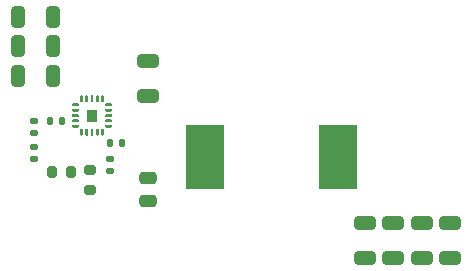
<source format=gbr>
%TF.GenerationSoftware,KiCad,Pcbnew,7.0.7*%
%TF.CreationDate,2024-01-22T10:51:04-08:00*%
%TF.ProjectId,DC-DC_converter_v2,44432d44-435f-4636-9f6e-766572746572,rev?*%
%TF.SameCoordinates,Original*%
%TF.FileFunction,Paste,Top*%
%TF.FilePolarity,Positive*%
%FSLAX46Y46*%
G04 Gerber Fmt 4.6, Leading zero omitted, Abs format (unit mm)*
G04 Created by KiCad (PCBNEW 7.0.7) date 2024-01-22 10:51:04*
%MOMM*%
%LPD*%
G01*
G04 APERTURE LIST*
G04 Aperture macros list*
%AMRoundRect*
0 Rectangle with rounded corners*
0 $1 Rounding radius*
0 $2 $3 $4 $5 $6 $7 $8 $9 X,Y pos of 4 corners*
0 Add a 4 corners polygon primitive as box body*
4,1,4,$2,$3,$4,$5,$6,$7,$8,$9,$2,$3,0*
0 Add four circle primitives for the rounded corners*
1,1,$1+$1,$2,$3*
1,1,$1+$1,$4,$5*
1,1,$1+$1,$6,$7*
1,1,$1+$1,$8,$9*
0 Add four rect primitives between the rounded corners*
20,1,$1+$1,$2,$3,$4,$5,0*
20,1,$1+$1,$4,$5,$6,$7,0*
20,1,$1+$1,$6,$7,$8,$9,0*
20,1,$1+$1,$8,$9,$2,$3,0*%
G04 Aperture macros list end*
%ADD10RoundRect,0.250000X-0.475000X0.250000X-0.475000X-0.250000X0.475000X-0.250000X0.475000X0.250000X0*%
%ADD11RoundRect,0.250000X0.650000X-0.325000X0.650000X0.325000X-0.650000X0.325000X-0.650000X-0.325000X0*%
%ADD12RoundRect,0.200000X0.200000X0.275000X-0.200000X0.275000X-0.200000X-0.275000X0.200000X-0.275000X0*%
%ADD13O,0.252000X0.600000*%
%ADD14O,0.600000X0.252000*%
%ADD15R,0.926000X0.975000*%
%ADD16RoundRect,0.135000X-0.185000X0.135000X-0.185000X-0.135000X0.185000X-0.135000X0.185000X0.135000X0*%
%ADD17RoundRect,0.200000X0.275000X-0.200000X0.275000X0.200000X-0.275000X0.200000X-0.275000X-0.200000X0*%
%ADD18RoundRect,0.135000X-0.135000X-0.185000X0.135000X-0.185000X0.135000X0.185000X-0.135000X0.185000X0*%
%ADD19R,3.250000X5.500000*%
%ADD20RoundRect,0.250000X-0.325000X-0.650000X0.325000X-0.650000X0.325000X0.650000X-0.325000X0.650000X0*%
%ADD21RoundRect,0.135000X0.135000X0.185000X-0.135000X0.185000X-0.135000X-0.185000X0.135000X-0.185000X0*%
G04 APERTURE END LIST*
%TO.C,U1*%
G36*
X85651000Y-68638000D02*
G01*
X84725000Y-68638000D01*
X84725000Y-67662000D01*
X85651000Y-67662000D01*
X85651000Y-68638000D01*
G37*
G36*
X85210000Y-66439000D02*
G01*
X85217000Y-66441000D01*
X85224000Y-66443000D01*
X85231000Y-66445000D01*
X85238000Y-66448000D01*
X85245000Y-66451000D01*
X85251000Y-66454000D01*
X85257000Y-66458000D01*
X85263000Y-66462000D01*
X85269000Y-66467000D01*
X85274000Y-66472000D01*
X85280000Y-66477000D01*
X85285000Y-66483000D01*
X85289000Y-66488000D01*
X85293000Y-66494000D01*
X85297000Y-66500000D01*
X85301000Y-66507000D01*
X85304000Y-66514000D01*
X85306000Y-66520000D01*
X85309000Y-66527000D01*
X85311000Y-66534000D01*
X85312000Y-66542000D01*
X85313000Y-66549000D01*
X85314000Y-66556000D01*
X85314000Y-66564000D01*
X85314000Y-66912000D01*
X85314000Y-66919000D01*
X85313000Y-66926000D01*
X85312000Y-66933000D01*
X85311000Y-66941000D01*
X85309000Y-66948000D01*
X85306000Y-66955000D01*
X85304000Y-66961000D01*
X85301000Y-66968000D01*
X85297000Y-66975000D01*
X85293000Y-66981000D01*
X85289000Y-66987000D01*
X85285000Y-66993000D01*
X85280000Y-66998000D01*
X85274000Y-67003000D01*
X85269000Y-67008000D01*
X85263000Y-67013000D01*
X85257000Y-67017000D01*
X85251000Y-67021000D01*
X85245000Y-67024000D01*
X85238000Y-67027000D01*
X85231000Y-67030000D01*
X85224000Y-67032000D01*
X85217000Y-67034000D01*
X85210000Y-67036000D01*
X85203000Y-67037000D01*
X85195000Y-67037000D01*
X85188000Y-67038000D01*
X85181000Y-67037000D01*
X85173000Y-67037000D01*
X85166000Y-67036000D01*
X85159000Y-67034000D01*
X85152000Y-67032000D01*
X85145000Y-67030000D01*
X85138000Y-67027000D01*
X85131000Y-67024000D01*
X85125000Y-67021000D01*
X85119000Y-67017000D01*
X85113000Y-67013000D01*
X85107000Y-67008000D01*
X85102000Y-67003000D01*
X85096000Y-66998000D01*
X85091000Y-66993000D01*
X85087000Y-66987000D01*
X85083000Y-66981000D01*
X85079000Y-66975000D01*
X85075000Y-66968000D01*
X85072000Y-66961000D01*
X85070000Y-66955000D01*
X85067000Y-66948000D01*
X85065000Y-66941000D01*
X85064000Y-66933000D01*
X85063000Y-66926000D01*
X85062000Y-66919000D01*
X85062000Y-66912000D01*
X85062000Y-66564000D01*
X85062000Y-66556000D01*
X85063000Y-66549000D01*
X85064000Y-66542000D01*
X85065000Y-66534000D01*
X85067000Y-66527000D01*
X85070000Y-66520000D01*
X85072000Y-66514000D01*
X85075000Y-66507000D01*
X85079000Y-66501000D01*
X85083000Y-66494000D01*
X85087000Y-66488000D01*
X85091000Y-66483000D01*
X85096000Y-66477000D01*
X85102000Y-66472000D01*
X85107000Y-66467000D01*
X85113000Y-66462000D01*
X85119000Y-66458000D01*
X85125000Y-66454000D01*
X85131000Y-66451000D01*
X85138000Y-66448000D01*
X85145000Y-66445000D01*
X85152000Y-66443000D01*
X85159000Y-66441000D01*
X85166000Y-66439000D01*
X85173000Y-66438000D01*
X85181000Y-66438000D01*
X85188000Y-66438000D01*
X85195000Y-66438000D01*
X85203000Y-66438000D01*
X85210000Y-66439000D01*
G37*
G36*
X86110000Y-66439000D02*
G01*
X86117000Y-66441000D01*
X86124000Y-66443000D01*
X86131000Y-66445000D01*
X86138000Y-66448000D01*
X86144000Y-66451000D01*
X86151000Y-66454000D01*
X86157000Y-66458000D01*
X86163000Y-66462000D01*
X86169000Y-66467000D01*
X86174000Y-66472000D01*
X86180000Y-66477000D01*
X86184000Y-66483000D01*
X86189000Y-66488000D01*
X86193000Y-66494000D01*
X86197000Y-66500000D01*
X86201000Y-66507000D01*
X86204000Y-66514000D01*
X86206000Y-66520000D01*
X86209000Y-66527000D01*
X86211000Y-66534000D01*
X86212000Y-66542000D01*
X86213000Y-66549000D01*
X86214000Y-66556000D01*
X86214000Y-66564000D01*
X86214000Y-66912000D01*
X86214000Y-66919000D01*
X86213000Y-66926000D01*
X86212000Y-66933000D01*
X86211000Y-66941000D01*
X86209000Y-66948000D01*
X86206000Y-66955000D01*
X86204000Y-66961000D01*
X86201000Y-66968000D01*
X86197000Y-66975000D01*
X86193000Y-66981000D01*
X86189000Y-66987000D01*
X86184000Y-66993000D01*
X86180000Y-66998000D01*
X86174000Y-67003000D01*
X86169000Y-67008000D01*
X86163000Y-67013000D01*
X86157000Y-67017000D01*
X86151000Y-67021000D01*
X86144000Y-67024000D01*
X86138000Y-67027000D01*
X86131000Y-67030000D01*
X86124000Y-67032000D01*
X86117000Y-67034000D01*
X86110000Y-67036000D01*
X86103000Y-67037000D01*
X86095000Y-67037000D01*
X86088000Y-67038000D01*
X86081000Y-67037000D01*
X86073000Y-67037000D01*
X86066000Y-67036000D01*
X86059000Y-67034000D01*
X86052000Y-67032000D01*
X86045000Y-67030000D01*
X86038000Y-67027000D01*
X86031000Y-67024000D01*
X86025000Y-67021000D01*
X86019000Y-67017000D01*
X86013000Y-67013000D01*
X86007000Y-67008000D01*
X86001000Y-67003000D01*
X85996000Y-66998000D01*
X85991000Y-66993000D01*
X85987000Y-66987000D01*
X85983000Y-66981000D01*
X85979000Y-66975000D01*
X85975000Y-66968000D01*
X85972000Y-66961000D01*
X85970000Y-66955000D01*
X85967000Y-66948000D01*
X85965000Y-66941000D01*
X85964000Y-66933000D01*
X85963000Y-66926000D01*
X85962000Y-66919000D01*
X85962000Y-66912000D01*
X85962000Y-66564000D01*
X85962000Y-66556000D01*
X85963000Y-66549000D01*
X85964000Y-66542000D01*
X85965000Y-66534000D01*
X85967000Y-66527000D01*
X85970000Y-66520000D01*
X85972000Y-66514000D01*
X85975000Y-66507000D01*
X85979000Y-66501000D01*
X85983000Y-66494000D01*
X85987000Y-66488000D01*
X85991000Y-66483000D01*
X85996000Y-66477000D01*
X86001000Y-66472000D01*
X86007000Y-66467000D01*
X86013000Y-66462000D01*
X86019000Y-66458000D01*
X86025000Y-66454000D01*
X86031000Y-66451000D01*
X86038000Y-66448000D01*
X86045000Y-66445000D01*
X86052000Y-66443000D01*
X86059000Y-66441000D01*
X86066000Y-66439000D01*
X86073000Y-66438000D01*
X86081000Y-66438000D01*
X86088000Y-66438000D01*
X86095000Y-66438000D01*
X86103000Y-66438000D01*
X86110000Y-66439000D01*
G37*
G36*
X85660000Y-66439000D02*
G01*
X85667000Y-66441000D01*
X85674000Y-66443000D01*
X85681000Y-66445000D01*
X85688000Y-66448000D01*
X85695000Y-66451000D01*
X85701000Y-66454000D01*
X85707000Y-66458000D01*
X85713000Y-66462000D01*
X85719000Y-66467000D01*
X85725000Y-66472000D01*
X85730000Y-66477000D01*
X85735000Y-66483000D01*
X85739000Y-66488000D01*
X85743000Y-66494000D01*
X85747000Y-66500000D01*
X85751000Y-66507000D01*
X85754000Y-66514000D01*
X85757000Y-66520000D01*
X85759000Y-66527000D01*
X85761000Y-66534000D01*
X85762000Y-66542000D01*
X85763000Y-66549000D01*
X85764000Y-66556000D01*
X85764000Y-66564000D01*
X85764000Y-66912000D01*
X85764000Y-66919000D01*
X85763000Y-66926000D01*
X85762000Y-66933000D01*
X85761000Y-66941000D01*
X85759000Y-66948000D01*
X85757000Y-66955000D01*
X85754000Y-66961000D01*
X85751000Y-66968000D01*
X85747000Y-66975000D01*
X85743000Y-66981000D01*
X85739000Y-66987000D01*
X85735000Y-66993000D01*
X85730000Y-66998000D01*
X85725000Y-67003000D01*
X85719000Y-67008000D01*
X85713000Y-67013000D01*
X85707000Y-67017000D01*
X85701000Y-67021000D01*
X85695000Y-67024000D01*
X85688000Y-67027000D01*
X85681000Y-67030000D01*
X85674000Y-67032000D01*
X85667000Y-67034000D01*
X85660000Y-67036000D01*
X85653000Y-67037000D01*
X85645000Y-67037000D01*
X85638000Y-67038000D01*
X85631000Y-67037000D01*
X85623000Y-67037000D01*
X85616000Y-67036000D01*
X85609000Y-67034000D01*
X85602000Y-67032000D01*
X85595000Y-67030000D01*
X85588000Y-67027000D01*
X85582000Y-67024000D01*
X85575000Y-67021000D01*
X85569000Y-67017000D01*
X85563000Y-67013000D01*
X85557000Y-67008000D01*
X85552000Y-67003000D01*
X85546000Y-66998000D01*
X85542000Y-66993000D01*
X85537000Y-66987000D01*
X85533000Y-66981000D01*
X85529000Y-66975000D01*
X85525000Y-66968000D01*
X85522000Y-66961000D01*
X85520000Y-66955000D01*
X85517000Y-66948000D01*
X85515000Y-66941000D01*
X85514000Y-66933000D01*
X85513000Y-66926000D01*
X85512000Y-66919000D01*
X85512000Y-66912000D01*
X85512000Y-66564000D01*
X85512000Y-66556000D01*
X85513000Y-66549000D01*
X85514000Y-66542000D01*
X85515000Y-66534000D01*
X85517000Y-66527000D01*
X85520000Y-66520000D01*
X85522000Y-66514000D01*
X85525000Y-66507000D01*
X85529000Y-66501000D01*
X85533000Y-66494000D01*
X85537000Y-66488000D01*
X85542000Y-66483000D01*
X85546000Y-66477000D01*
X85552000Y-66472000D01*
X85557000Y-66467000D01*
X85563000Y-66462000D01*
X85569000Y-66458000D01*
X85575000Y-66454000D01*
X85582000Y-66451000D01*
X85588000Y-66448000D01*
X85595000Y-66445000D01*
X85602000Y-66443000D01*
X85609000Y-66441000D01*
X85616000Y-66439000D01*
X85623000Y-66438000D01*
X85631000Y-66438000D01*
X85638000Y-66438000D01*
X85645000Y-66438000D01*
X85653000Y-66438000D01*
X85660000Y-66439000D01*
G37*
G36*
X84760000Y-66439000D02*
G01*
X84767000Y-66441000D01*
X84774000Y-66443000D01*
X84781000Y-66445000D01*
X84788000Y-66448000D01*
X84794000Y-66451000D01*
X84801000Y-66454000D01*
X84807000Y-66458000D01*
X84813000Y-66462000D01*
X84819000Y-66467000D01*
X84824000Y-66472000D01*
X84830000Y-66477000D01*
X84834000Y-66483000D01*
X84839000Y-66488000D01*
X84843000Y-66494000D01*
X84847000Y-66500000D01*
X84851000Y-66507000D01*
X84854000Y-66514000D01*
X84856000Y-66520000D01*
X84859000Y-66527000D01*
X84861000Y-66534000D01*
X84862000Y-66542000D01*
X84863000Y-66549000D01*
X84864000Y-66556000D01*
X84864000Y-66564000D01*
X84864000Y-66912000D01*
X84864000Y-66919000D01*
X84863000Y-66926000D01*
X84862000Y-66933000D01*
X84861000Y-66941000D01*
X84859000Y-66948000D01*
X84856000Y-66955000D01*
X84854000Y-66961000D01*
X84851000Y-66968000D01*
X84847000Y-66975000D01*
X84843000Y-66981000D01*
X84839000Y-66987000D01*
X84834000Y-66993000D01*
X84830000Y-66998000D01*
X84824000Y-67003000D01*
X84819000Y-67008000D01*
X84813000Y-67013000D01*
X84807000Y-67017000D01*
X84801000Y-67021000D01*
X84794000Y-67024000D01*
X84788000Y-67027000D01*
X84781000Y-67030000D01*
X84774000Y-67032000D01*
X84767000Y-67034000D01*
X84760000Y-67036000D01*
X84753000Y-67037000D01*
X84745000Y-67037000D01*
X84738000Y-67038000D01*
X84731000Y-67037000D01*
X84723000Y-67037000D01*
X84716000Y-67036000D01*
X84709000Y-67034000D01*
X84702000Y-67032000D01*
X84695000Y-67030000D01*
X84688000Y-67027000D01*
X84681000Y-67024000D01*
X84675000Y-67021000D01*
X84669000Y-67017000D01*
X84663000Y-67013000D01*
X84657000Y-67008000D01*
X84651000Y-67003000D01*
X84646000Y-66998000D01*
X84641000Y-66993000D01*
X84637000Y-66987000D01*
X84633000Y-66981000D01*
X84629000Y-66975000D01*
X84625000Y-66968000D01*
X84622000Y-66961000D01*
X84619000Y-66955000D01*
X84617000Y-66948000D01*
X84615000Y-66941000D01*
X84614000Y-66933000D01*
X84613000Y-66926000D01*
X84612000Y-66919000D01*
X84612000Y-66912000D01*
X84612000Y-66564000D01*
X84612000Y-66556000D01*
X84613000Y-66549000D01*
X84614000Y-66542000D01*
X84615000Y-66534000D01*
X84617000Y-66527000D01*
X84619000Y-66520000D01*
X84622000Y-66514000D01*
X84625000Y-66507000D01*
X84629000Y-66501000D01*
X84633000Y-66494000D01*
X84637000Y-66488000D01*
X84641000Y-66483000D01*
X84646000Y-66477000D01*
X84651000Y-66472000D01*
X84657000Y-66467000D01*
X84663000Y-66462000D01*
X84669000Y-66458000D01*
X84675000Y-66454000D01*
X84681000Y-66451000D01*
X84688000Y-66448000D01*
X84695000Y-66445000D01*
X84702000Y-66443000D01*
X84709000Y-66441000D01*
X84716000Y-66439000D01*
X84723000Y-66438000D01*
X84731000Y-66438000D01*
X84738000Y-66438000D01*
X84745000Y-66438000D01*
X84753000Y-66438000D01*
X84760000Y-66439000D01*
G37*
G36*
X84310000Y-66439000D02*
G01*
X84317000Y-66441000D01*
X84324000Y-66443000D01*
X84331000Y-66445000D01*
X84338000Y-66448000D01*
X84345000Y-66451000D01*
X84351000Y-66454000D01*
X84357000Y-66458000D01*
X84363000Y-66462000D01*
X84369000Y-66467000D01*
X84375000Y-66472000D01*
X84380000Y-66477000D01*
X84385000Y-66483000D01*
X84389000Y-66488000D01*
X84393000Y-66494000D01*
X84397000Y-66500000D01*
X84401000Y-66507000D01*
X84404000Y-66514000D01*
X84406000Y-66520000D01*
X84409000Y-66527000D01*
X84411000Y-66534000D01*
X84412000Y-66542000D01*
X84413000Y-66549000D01*
X84414000Y-66556000D01*
X84414000Y-66564000D01*
X84414000Y-66912000D01*
X84414000Y-66919000D01*
X84413000Y-66926000D01*
X84412000Y-66933000D01*
X84411000Y-66941000D01*
X84409000Y-66948000D01*
X84406000Y-66955000D01*
X84404000Y-66961000D01*
X84401000Y-66968000D01*
X84397000Y-66975000D01*
X84393000Y-66981000D01*
X84389000Y-66987000D01*
X84385000Y-66993000D01*
X84380000Y-66998000D01*
X84375000Y-67003000D01*
X84369000Y-67008000D01*
X84363000Y-67013000D01*
X84357000Y-67017000D01*
X84351000Y-67021000D01*
X84345000Y-67024000D01*
X84338000Y-67027000D01*
X84331000Y-67030000D01*
X84324000Y-67032000D01*
X84317000Y-67034000D01*
X84310000Y-67036000D01*
X84303000Y-67037000D01*
X84295000Y-67037000D01*
X84288000Y-67038000D01*
X84281000Y-67037000D01*
X84273000Y-67037000D01*
X84266000Y-67036000D01*
X84259000Y-67034000D01*
X84252000Y-67032000D01*
X84245000Y-67030000D01*
X84238000Y-67027000D01*
X84232000Y-67024000D01*
X84225000Y-67021000D01*
X84219000Y-67017000D01*
X84213000Y-67013000D01*
X84207000Y-67008000D01*
X84202000Y-67003000D01*
X84196000Y-66998000D01*
X84192000Y-66993000D01*
X84187000Y-66987000D01*
X84183000Y-66981000D01*
X84179000Y-66975000D01*
X84175000Y-66968000D01*
X84172000Y-66961000D01*
X84170000Y-66955000D01*
X84167000Y-66948000D01*
X84165000Y-66941000D01*
X84164000Y-66933000D01*
X84163000Y-66926000D01*
X84162000Y-66919000D01*
X84162000Y-66912000D01*
X84162000Y-66564000D01*
X84162000Y-66556000D01*
X84163000Y-66549000D01*
X84164000Y-66542000D01*
X84165000Y-66534000D01*
X84167000Y-66527000D01*
X84170000Y-66520000D01*
X84172000Y-66514000D01*
X84175000Y-66507000D01*
X84179000Y-66501000D01*
X84183000Y-66494000D01*
X84187000Y-66488000D01*
X84192000Y-66483000D01*
X84196000Y-66477000D01*
X84202000Y-66472000D01*
X84207000Y-66467000D01*
X84213000Y-66462000D01*
X84219000Y-66458000D01*
X84225000Y-66454000D01*
X84232000Y-66451000D01*
X84238000Y-66448000D01*
X84245000Y-66445000D01*
X84252000Y-66443000D01*
X84259000Y-66441000D01*
X84266000Y-66439000D01*
X84273000Y-66438000D01*
X84281000Y-66438000D01*
X84288000Y-66438000D01*
X84295000Y-66438000D01*
X84303000Y-66438000D01*
X84310000Y-66439000D01*
G37*
G36*
X86789000Y-67125000D02*
G01*
X86796000Y-67126000D01*
X86804000Y-67127000D01*
X86811000Y-67129000D01*
X86818000Y-67132000D01*
X86824000Y-67134000D01*
X86831000Y-67137000D01*
X86837000Y-67141000D01*
X86844000Y-67145000D01*
X86850000Y-67149000D01*
X86855000Y-67154000D01*
X86861000Y-67158000D01*
X86866000Y-67164000D01*
X86871000Y-67169000D01*
X86876000Y-67175000D01*
X86880000Y-67181000D01*
X86884000Y-67187000D01*
X86887000Y-67194000D01*
X86890000Y-67200000D01*
X86893000Y-67207000D01*
X86895000Y-67214000D01*
X86897000Y-67221000D01*
X86899000Y-67228000D01*
X86900000Y-67235000D01*
X86900000Y-67243000D01*
X86900000Y-67250000D01*
X86900000Y-67257000D01*
X86900000Y-67265000D01*
X86899000Y-67272000D01*
X86897000Y-67279000D01*
X86895000Y-67286000D01*
X86893000Y-67293000D01*
X86890000Y-67300000D01*
X86887000Y-67307000D01*
X86884000Y-67313000D01*
X86880000Y-67319000D01*
X86876000Y-67325000D01*
X86871000Y-67331000D01*
X86866000Y-67337000D01*
X86861000Y-67342000D01*
X86855000Y-67347000D01*
X86850000Y-67351000D01*
X86844000Y-67355000D01*
X86838000Y-67359000D01*
X86831000Y-67363000D01*
X86824000Y-67366000D01*
X86818000Y-67368000D01*
X86811000Y-67371000D01*
X86804000Y-67373000D01*
X86796000Y-67374000D01*
X86789000Y-67375000D01*
X86782000Y-67376000D01*
X86774000Y-67376000D01*
X86426000Y-67376000D01*
X86419000Y-67376000D01*
X86412000Y-67375000D01*
X86405000Y-67374000D01*
X86397000Y-67373000D01*
X86390000Y-67371000D01*
X86383000Y-67368000D01*
X86377000Y-67366000D01*
X86370000Y-67363000D01*
X86363000Y-67359000D01*
X86357000Y-67355000D01*
X86351000Y-67351000D01*
X86345000Y-67347000D01*
X86340000Y-67342000D01*
X86335000Y-67337000D01*
X86330000Y-67331000D01*
X86325000Y-67325000D01*
X86321000Y-67319000D01*
X86317000Y-67313000D01*
X86314000Y-67307000D01*
X86311000Y-67300000D01*
X86308000Y-67293000D01*
X86306000Y-67286000D01*
X86304000Y-67279000D01*
X86302000Y-67272000D01*
X86301000Y-67265000D01*
X86301000Y-67257000D01*
X86300000Y-67250000D01*
X86301000Y-67243000D01*
X86301000Y-67235000D01*
X86302000Y-67228000D01*
X86304000Y-67221000D01*
X86306000Y-67214000D01*
X86308000Y-67207000D01*
X86311000Y-67200000D01*
X86314000Y-67194000D01*
X86317000Y-67187000D01*
X86321000Y-67181000D01*
X86325000Y-67175000D01*
X86330000Y-67169000D01*
X86335000Y-67164000D01*
X86340000Y-67158000D01*
X86345000Y-67154000D01*
X86351000Y-67149000D01*
X86357000Y-67145000D01*
X86363000Y-67141000D01*
X86370000Y-67137000D01*
X86377000Y-67134000D01*
X86383000Y-67132000D01*
X86390000Y-67129000D01*
X86397000Y-67127000D01*
X86405000Y-67126000D01*
X86412000Y-67125000D01*
X86419000Y-67124000D01*
X86426000Y-67124000D01*
X86774000Y-67124000D01*
X86782000Y-67124000D01*
X86789000Y-67125000D01*
G37*
G36*
X83964000Y-67125000D02*
G01*
X83971000Y-67126000D01*
X83979000Y-67127000D01*
X83986000Y-67129000D01*
X83993000Y-67132000D01*
X83999000Y-67134000D01*
X84006000Y-67137000D01*
X84012000Y-67141000D01*
X84019000Y-67145000D01*
X84025000Y-67149000D01*
X84030000Y-67154000D01*
X84036000Y-67158000D01*
X84041000Y-67164000D01*
X84046000Y-67169000D01*
X84051000Y-67175000D01*
X84055000Y-67181000D01*
X84059000Y-67187000D01*
X84062000Y-67194000D01*
X84065000Y-67200000D01*
X84068000Y-67207000D01*
X84070000Y-67214000D01*
X84072000Y-67221000D01*
X84074000Y-67228000D01*
X84075000Y-67235000D01*
X84075000Y-67243000D01*
X84076000Y-67250000D01*
X84075000Y-67257000D01*
X84075000Y-67265000D01*
X84074000Y-67272000D01*
X84072000Y-67279000D01*
X84070000Y-67286000D01*
X84068000Y-67293000D01*
X84065000Y-67300000D01*
X84062000Y-67307000D01*
X84059000Y-67313000D01*
X84055000Y-67319000D01*
X84051000Y-67325000D01*
X84046000Y-67331000D01*
X84041000Y-67337000D01*
X84036000Y-67342000D01*
X84030000Y-67347000D01*
X84025000Y-67351000D01*
X84019000Y-67355000D01*
X84013000Y-67359000D01*
X84006000Y-67363000D01*
X83999000Y-67366000D01*
X83993000Y-67368000D01*
X83986000Y-67371000D01*
X83979000Y-67373000D01*
X83971000Y-67374000D01*
X83964000Y-67375000D01*
X83957000Y-67376000D01*
X83949000Y-67376000D01*
X83602000Y-67376000D01*
X83594000Y-67376000D01*
X83587000Y-67375000D01*
X83580000Y-67374000D01*
X83572000Y-67373000D01*
X83565000Y-67371000D01*
X83558000Y-67368000D01*
X83552000Y-67366000D01*
X83545000Y-67363000D01*
X83539000Y-67359000D01*
X83532000Y-67355000D01*
X83526000Y-67351000D01*
X83521000Y-67347000D01*
X83515000Y-67342000D01*
X83510000Y-67337000D01*
X83505000Y-67331000D01*
X83500000Y-67325000D01*
X83496000Y-67319000D01*
X83492000Y-67313000D01*
X83489000Y-67307000D01*
X83486000Y-67300000D01*
X83483000Y-67293000D01*
X83481000Y-67286000D01*
X83479000Y-67279000D01*
X83477000Y-67272000D01*
X83476000Y-67265000D01*
X83476000Y-67257000D01*
X83476000Y-67250000D01*
X83476000Y-67243000D01*
X83476000Y-67235000D01*
X83477000Y-67228000D01*
X83479000Y-67221000D01*
X83481000Y-67214000D01*
X83483000Y-67207000D01*
X83486000Y-67200000D01*
X83489000Y-67194000D01*
X83492000Y-67187000D01*
X83496000Y-67181000D01*
X83500000Y-67175000D01*
X83505000Y-67169000D01*
X83510000Y-67164000D01*
X83515000Y-67158000D01*
X83521000Y-67154000D01*
X83526000Y-67149000D01*
X83532000Y-67145000D01*
X83538000Y-67141000D01*
X83545000Y-67137000D01*
X83552000Y-67134000D01*
X83558000Y-67132000D01*
X83565000Y-67129000D01*
X83572000Y-67127000D01*
X83580000Y-67126000D01*
X83587000Y-67125000D01*
X83594000Y-67124000D01*
X83602000Y-67124000D01*
X83949000Y-67124000D01*
X83957000Y-67124000D01*
X83964000Y-67125000D01*
G37*
G36*
X86789000Y-67575000D02*
G01*
X86796000Y-67576000D01*
X86804000Y-67577000D01*
X86811000Y-67579000D01*
X86818000Y-67581000D01*
X86824000Y-67584000D01*
X86831000Y-67587000D01*
X86837000Y-67591000D01*
X86844000Y-67595000D01*
X86850000Y-67599000D01*
X86855000Y-67603000D01*
X86861000Y-67608000D01*
X86866000Y-67613000D01*
X86871000Y-67619000D01*
X86876000Y-67625000D01*
X86880000Y-67631000D01*
X86884000Y-67637000D01*
X86887000Y-67643000D01*
X86890000Y-67650000D01*
X86893000Y-67657000D01*
X86895000Y-67664000D01*
X86897000Y-67671000D01*
X86899000Y-67678000D01*
X86900000Y-67685000D01*
X86900000Y-67693000D01*
X86900000Y-67700000D01*
X86900000Y-67707000D01*
X86900000Y-67715000D01*
X86899000Y-67722000D01*
X86897000Y-67729000D01*
X86895000Y-67736000D01*
X86893000Y-67743000D01*
X86890000Y-67750000D01*
X86887000Y-67756000D01*
X86884000Y-67763000D01*
X86880000Y-67769000D01*
X86876000Y-67775000D01*
X86871000Y-67781000D01*
X86866000Y-67786000D01*
X86861000Y-67792000D01*
X86855000Y-67796000D01*
X86850000Y-67801000D01*
X86844000Y-67805000D01*
X86838000Y-67809000D01*
X86831000Y-67813000D01*
X86824000Y-67816000D01*
X86818000Y-67818000D01*
X86811000Y-67821000D01*
X86804000Y-67823000D01*
X86796000Y-67824000D01*
X86789000Y-67825000D01*
X86782000Y-67826000D01*
X86774000Y-67826000D01*
X86426000Y-67826000D01*
X86419000Y-67826000D01*
X86412000Y-67825000D01*
X86405000Y-67824000D01*
X86397000Y-67823000D01*
X86390000Y-67821000D01*
X86383000Y-67818000D01*
X86377000Y-67816000D01*
X86370000Y-67813000D01*
X86363000Y-67809000D01*
X86357000Y-67805000D01*
X86351000Y-67801000D01*
X86345000Y-67796000D01*
X86340000Y-67792000D01*
X86335000Y-67786000D01*
X86330000Y-67781000D01*
X86325000Y-67775000D01*
X86321000Y-67769000D01*
X86317000Y-67763000D01*
X86314000Y-67756000D01*
X86311000Y-67750000D01*
X86308000Y-67743000D01*
X86306000Y-67736000D01*
X86304000Y-67729000D01*
X86302000Y-67722000D01*
X86301000Y-67715000D01*
X86301000Y-67707000D01*
X86300000Y-67700000D01*
X86301000Y-67693000D01*
X86301000Y-67685000D01*
X86302000Y-67678000D01*
X86304000Y-67671000D01*
X86306000Y-67664000D01*
X86308000Y-67657000D01*
X86311000Y-67650000D01*
X86314000Y-67643000D01*
X86317000Y-67637000D01*
X86321000Y-67631000D01*
X86325000Y-67625000D01*
X86330000Y-67619000D01*
X86335000Y-67613000D01*
X86340000Y-67608000D01*
X86345000Y-67603000D01*
X86351000Y-67599000D01*
X86357000Y-67595000D01*
X86363000Y-67591000D01*
X86370000Y-67587000D01*
X86377000Y-67584000D01*
X86383000Y-67581000D01*
X86390000Y-67579000D01*
X86397000Y-67577000D01*
X86405000Y-67576000D01*
X86412000Y-67575000D01*
X86419000Y-67574000D01*
X86426000Y-67574000D01*
X86774000Y-67574000D01*
X86782000Y-67574000D01*
X86789000Y-67575000D01*
G37*
G36*
X83964000Y-67575000D02*
G01*
X83971000Y-67576000D01*
X83979000Y-67577000D01*
X83986000Y-67579000D01*
X83993000Y-67581000D01*
X83999000Y-67584000D01*
X84006000Y-67587000D01*
X84012000Y-67591000D01*
X84019000Y-67595000D01*
X84025000Y-67599000D01*
X84030000Y-67603000D01*
X84036000Y-67608000D01*
X84041000Y-67613000D01*
X84046000Y-67619000D01*
X84051000Y-67625000D01*
X84055000Y-67631000D01*
X84059000Y-67637000D01*
X84062000Y-67643000D01*
X84065000Y-67650000D01*
X84068000Y-67657000D01*
X84070000Y-67664000D01*
X84072000Y-67671000D01*
X84074000Y-67678000D01*
X84075000Y-67685000D01*
X84075000Y-67693000D01*
X84076000Y-67700000D01*
X84075000Y-67707000D01*
X84075000Y-67715000D01*
X84074000Y-67722000D01*
X84072000Y-67729000D01*
X84070000Y-67736000D01*
X84068000Y-67743000D01*
X84065000Y-67750000D01*
X84062000Y-67756000D01*
X84059000Y-67763000D01*
X84055000Y-67769000D01*
X84051000Y-67775000D01*
X84046000Y-67781000D01*
X84041000Y-67786000D01*
X84036000Y-67792000D01*
X84030000Y-67796000D01*
X84025000Y-67801000D01*
X84019000Y-67805000D01*
X84013000Y-67809000D01*
X84006000Y-67813000D01*
X83999000Y-67816000D01*
X83993000Y-67818000D01*
X83986000Y-67821000D01*
X83979000Y-67823000D01*
X83971000Y-67824000D01*
X83964000Y-67825000D01*
X83957000Y-67826000D01*
X83949000Y-67826000D01*
X83602000Y-67826000D01*
X83594000Y-67826000D01*
X83587000Y-67825000D01*
X83580000Y-67824000D01*
X83572000Y-67823000D01*
X83565000Y-67821000D01*
X83558000Y-67818000D01*
X83552000Y-67816000D01*
X83545000Y-67813000D01*
X83539000Y-67809000D01*
X83532000Y-67805000D01*
X83526000Y-67801000D01*
X83521000Y-67796000D01*
X83515000Y-67792000D01*
X83510000Y-67786000D01*
X83505000Y-67781000D01*
X83500000Y-67775000D01*
X83496000Y-67769000D01*
X83492000Y-67763000D01*
X83489000Y-67756000D01*
X83486000Y-67750000D01*
X83483000Y-67743000D01*
X83481000Y-67736000D01*
X83479000Y-67729000D01*
X83477000Y-67722000D01*
X83476000Y-67715000D01*
X83476000Y-67707000D01*
X83476000Y-67700000D01*
X83476000Y-67693000D01*
X83476000Y-67685000D01*
X83477000Y-67678000D01*
X83479000Y-67671000D01*
X83481000Y-67664000D01*
X83483000Y-67657000D01*
X83486000Y-67650000D01*
X83489000Y-67643000D01*
X83492000Y-67637000D01*
X83496000Y-67631000D01*
X83500000Y-67625000D01*
X83505000Y-67619000D01*
X83510000Y-67613000D01*
X83515000Y-67608000D01*
X83521000Y-67603000D01*
X83526000Y-67599000D01*
X83532000Y-67595000D01*
X83538000Y-67591000D01*
X83545000Y-67587000D01*
X83552000Y-67584000D01*
X83558000Y-67581000D01*
X83565000Y-67579000D01*
X83572000Y-67577000D01*
X83580000Y-67576000D01*
X83587000Y-67575000D01*
X83594000Y-67574000D01*
X83602000Y-67574000D01*
X83949000Y-67574000D01*
X83957000Y-67574000D01*
X83964000Y-67575000D01*
G37*
G36*
X86789000Y-68025000D02*
G01*
X86796000Y-68026000D01*
X86804000Y-68027000D01*
X86811000Y-68029000D01*
X86818000Y-68032000D01*
X86824000Y-68034000D01*
X86831000Y-68037000D01*
X86837000Y-68041000D01*
X86844000Y-68045000D01*
X86850000Y-68049000D01*
X86855000Y-68053000D01*
X86861000Y-68058000D01*
X86866000Y-68064000D01*
X86871000Y-68069000D01*
X86876000Y-68075000D01*
X86880000Y-68081000D01*
X86884000Y-68087000D01*
X86887000Y-68093000D01*
X86890000Y-68100000D01*
X86893000Y-68107000D01*
X86895000Y-68114000D01*
X86897000Y-68121000D01*
X86899000Y-68128000D01*
X86900000Y-68135000D01*
X86900000Y-68143000D01*
X86900000Y-68150000D01*
X86900000Y-68157000D01*
X86900000Y-68165000D01*
X86899000Y-68172000D01*
X86897000Y-68179000D01*
X86895000Y-68186000D01*
X86893000Y-68193000D01*
X86890000Y-68200000D01*
X86887000Y-68207000D01*
X86884000Y-68213000D01*
X86880000Y-68219000D01*
X86876000Y-68225000D01*
X86871000Y-68231000D01*
X86866000Y-68236000D01*
X86861000Y-68242000D01*
X86855000Y-68247000D01*
X86850000Y-68251000D01*
X86844000Y-68255000D01*
X86838000Y-68259000D01*
X86831000Y-68263000D01*
X86824000Y-68266000D01*
X86818000Y-68268000D01*
X86811000Y-68271000D01*
X86804000Y-68273000D01*
X86796000Y-68274000D01*
X86789000Y-68275000D01*
X86782000Y-68276000D01*
X86774000Y-68276000D01*
X86426000Y-68276000D01*
X86419000Y-68276000D01*
X86412000Y-68275000D01*
X86405000Y-68274000D01*
X86397000Y-68273000D01*
X86390000Y-68271000D01*
X86383000Y-68268000D01*
X86377000Y-68266000D01*
X86370000Y-68263000D01*
X86363000Y-68259000D01*
X86357000Y-68255000D01*
X86351000Y-68251000D01*
X86345000Y-68247000D01*
X86340000Y-68242000D01*
X86335000Y-68236000D01*
X86330000Y-68231000D01*
X86325000Y-68225000D01*
X86321000Y-68219000D01*
X86317000Y-68213000D01*
X86314000Y-68207000D01*
X86311000Y-68200000D01*
X86308000Y-68193000D01*
X86306000Y-68186000D01*
X86304000Y-68179000D01*
X86302000Y-68172000D01*
X86301000Y-68165000D01*
X86301000Y-68157000D01*
X86300000Y-68150000D01*
X86301000Y-68143000D01*
X86301000Y-68135000D01*
X86302000Y-68128000D01*
X86304000Y-68121000D01*
X86306000Y-68114000D01*
X86308000Y-68107000D01*
X86311000Y-68100000D01*
X86314000Y-68093000D01*
X86317000Y-68087000D01*
X86321000Y-68081000D01*
X86325000Y-68075000D01*
X86330000Y-68069000D01*
X86335000Y-68064000D01*
X86340000Y-68058000D01*
X86345000Y-68053000D01*
X86351000Y-68049000D01*
X86357000Y-68045000D01*
X86363000Y-68041000D01*
X86370000Y-68037000D01*
X86377000Y-68034000D01*
X86383000Y-68032000D01*
X86390000Y-68029000D01*
X86397000Y-68027000D01*
X86405000Y-68026000D01*
X86412000Y-68025000D01*
X86419000Y-68024000D01*
X86426000Y-68024000D01*
X86774000Y-68024000D01*
X86782000Y-68024000D01*
X86789000Y-68025000D01*
G37*
G36*
X83964000Y-68025000D02*
G01*
X83971000Y-68026000D01*
X83979000Y-68027000D01*
X83986000Y-68029000D01*
X83993000Y-68032000D01*
X83999000Y-68034000D01*
X84006000Y-68037000D01*
X84012000Y-68041000D01*
X84019000Y-68045000D01*
X84025000Y-68049000D01*
X84030000Y-68053000D01*
X84036000Y-68058000D01*
X84041000Y-68064000D01*
X84046000Y-68069000D01*
X84051000Y-68075000D01*
X84055000Y-68081000D01*
X84059000Y-68087000D01*
X84062000Y-68093000D01*
X84065000Y-68100000D01*
X84068000Y-68107000D01*
X84070000Y-68114000D01*
X84072000Y-68121000D01*
X84074000Y-68128000D01*
X84075000Y-68135000D01*
X84075000Y-68143000D01*
X84076000Y-68150000D01*
X84075000Y-68157000D01*
X84075000Y-68165000D01*
X84074000Y-68172000D01*
X84072000Y-68179000D01*
X84070000Y-68186000D01*
X84068000Y-68193000D01*
X84065000Y-68200000D01*
X84062000Y-68207000D01*
X84059000Y-68213000D01*
X84055000Y-68219000D01*
X84051000Y-68225000D01*
X84046000Y-68231000D01*
X84041000Y-68236000D01*
X84036000Y-68242000D01*
X84030000Y-68247000D01*
X84025000Y-68251000D01*
X84019000Y-68255000D01*
X84013000Y-68259000D01*
X84006000Y-68263000D01*
X83999000Y-68266000D01*
X83993000Y-68268000D01*
X83986000Y-68271000D01*
X83979000Y-68273000D01*
X83971000Y-68274000D01*
X83964000Y-68275000D01*
X83957000Y-68276000D01*
X83949000Y-68276000D01*
X83602000Y-68276000D01*
X83594000Y-68276000D01*
X83587000Y-68275000D01*
X83580000Y-68274000D01*
X83572000Y-68273000D01*
X83565000Y-68271000D01*
X83558000Y-68268000D01*
X83552000Y-68266000D01*
X83545000Y-68263000D01*
X83539000Y-68259000D01*
X83532000Y-68255000D01*
X83526000Y-68251000D01*
X83521000Y-68247000D01*
X83515000Y-68242000D01*
X83510000Y-68236000D01*
X83505000Y-68231000D01*
X83500000Y-68225000D01*
X83496000Y-68219000D01*
X83492000Y-68213000D01*
X83489000Y-68207000D01*
X83486000Y-68200000D01*
X83483000Y-68193000D01*
X83481000Y-68186000D01*
X83479000Y-68179000D01*
X83477000Y-68172000D01*
X83476000Y-68165000D01*
X83476000Y-68157000D01*
X83476000Y-68150000D01*
X83476000Y-68143000D01*
X83476000Y-68135000D01*
X83477000Y-68128000D01*
X83479000Y-68121000D01*
X83481000Y-68114000D01*
X83483000Y-68107000D01*
X83486000Y-68100000D01*
X83489000Y-68093000D01*
X83492000Y-68087000D01*
X83496000Y-68081000D01*
X83500000Y-68075000D01*
X83505000Y-68069000D01*
X83510000Y-68064000D01*
X83515000Y-68058000D01*
X83521000Y-68053000D01*
X83526000Y-68049000D01*
X83532000Y-68045000D01*
X83538000Y-68041000D01*
X83545000Y-68037000D01*
X83552000Y-68034000D01*
X83558000Y-68032000D01*
X83565000Y-68029000D01*
X83572000Y-68027000D01*
X83580000Y-68026000D01*
X83587000Y-68025000D01*
X83594000Y-68024000D01*
X83602000Y-68024000D01*
X83949000Y-68024000D01*
X83957000Y-68024000D01*
X83964000Y-68025000D01*
G37*
G36*
X86789000Y-68475000D02*
G01*
X86796000Y-68476000D01*
X86804000Y-68477000D01*
X86811000Y-68479000D01*
X86818000Y-68482000D01*
X86824000Y-68484000D01*
X86831000Y-68487000D01*
X86837000Y-68491000D01*
X86844000Y-68495000D01*
X86850000Y-68499000D01*
X86855000Y-68504000D01*
X86861000Y-68508000D01*
X86866000Y-68514000D01*
X86871000Y-68519000D01*
X86876000Y-68525000D01*
X86880000Y-68531000D01*
X86884000Y-68537000D01*
X86887000Y-68544000D01*
X86890000Y-68550000D01*
X86893000Y-68557000D01*
X86895000Y-68564000D01*
X86897000Y-68571000D01*
X86899000Y-68578000D01*
X86900000Y-68585000D01*
X86900000Y-68593000D01*
X86900000Y-68600000D01*
X86900000Y-68607000D01*
X86900000Y-68615000D01*
X86899000Y-68622000D01*
X86897000Y-68629000D01*
X86895000Y-68636000D01*
X86893000Y-68643000D01*
X86890000Y-68650000D01*
X86887000Y-68657000D01*
X86884000Y-68663000D01*
X86880000Y-68669000D01*
X86876000Y-68675000D01*
X86871000Y-68681000D01*
X86866000Y-68687000D01*
X86861000Y-68692000D01*
X86855000Y-68697000D01*
X86850000Y-68701000D01*
X86844000Y-68705000D01*
X86838000Y-68709000D01*
X86831000Y-68713000D01*
X86824000Y-68716000D01*
X86818000Y-68719000D01*
X86811000Y-68721000D01*
X86804000Y-68723000D01*
X86796000Y-68724000D01*
X86789000Y-68725000D01*
X86782000Y-68726000D01*
X86774000Y-68726000D01*
X86426000Y-68726000D01*
X86419000Y-68726000D01*
X86412000Y-68725000D01*
X86405000Y-68724000D01*
X86397000Y-68723000D01*
X86390000Y-68721000D01*
X86383000Y-68719000D01*
X86377000Y-68716000D01*
X86370000Y-68713000D01*
X86363000Y-68709000D01*
X86357000Y-68705000D01*
X86351000Y-68701000D01*
X86345000Y-68697000D01*
X86340000Y-68692000D01*
X86335000Y-68687000D01*
X86330000Y-68681000D01*
X86325000Y-68675000D01*
X86321000Y-68669000D01*
X86317000Y-68663000D01*
X86314000Y-68657000D01*
X86311000Y-68650000D01*
X86308000Y-68643000D01*
X86306000Y-68636000D01*
X86304000Y-68629000D01*
X86302000Y-68622000D01*
X86301000Y-68615000D01*
X86301000Y-68607000D01*
X86300000Y-68600000D01*
X86301000Y-68593000D01*
X86301000Y-68585000D01*
X86302000Y-68578000D01*
X86304000Y-68571000D01*
X86306000Y-68564000D01*
X86308000Y-68557000D01*
X86311000Y-68550000D01*
X86314000Y-68544000D01*
X86317000Y-68537000D01*
X86321000Y-68531000D01*
X86325000Y-68525000D01*
X86330000Y-68519000D01*
X86335000Y-68514000D01*
X86340000Y-68508000D01*
X86345000Y-68504000D01*
X86351000Y-68499000D01*
X86357000Y-68495000D01*
X86363000Y-68491000D01*
X86370000Y-68487000D01*
X86377000Y-68484000D01*
X86383000Y-68482000D01*
X86390000Y-68479000D01*
X86397000Y-68477000D01*
X86405000Y-68476000D01*
X86412000Y-68475000D01*
X86419000Y-68474000D01*
X86426000Y-68474000D01*
X86774000Y-68474000D01*
X86782000Y-68474000D01*
X86789000Y-68475000D01*
G37*
G36*
X83964000Y-68475000D02*
G01*
X83971000Y-68476000D01*
X83979000Y-68477000D01*
X83986000Y-68479000D01*
X83993000Y-68482000D01*
X83999000Y-68484000D01*
X84006000Y-68487000D01*
X84012000Y-68491000D01*
X84019000Y-68495000D01*
X84025000Y-68499000D01*
X84030000Y-68504000D01*
X84036000Y-68508000D01*
X84041000Y-68514000D01*
X84046000Y-68519000D01*
X84051000Y-68525000D01*
X84055000Y-68531000D01*
X84059000Y-68537000D01*
X84062000Y-68544000D01*
X84065000Y-68550000D01*
X84068000Y-68557000D01*
X84070000Y-68564000D01*
X84072000Y-68571000D01*
X84074000Y-68578000D01*
X84075000Y-68585000D01*
X84075000Y-68593000D01*
X84076000Y-68600000D01*
X84075000Y-68607000D01*
X84075000Y-68615000D01*
X84074000Y-68622000D01*
X84072000Y-68629000D01*
X84070000Y-68636000D01*
X84068000Y-68643000D01*
X84065000Y-68650000D01*
X84062000Y-68657000D01*
X84059000Y-68663000D01*
X84055000Y-68669000D01*
X84051000Y-68675000D01*
X84046000Y-68681000D01*
X84041000Y-68687000D01*
X84036000Y-68692000D01*
X84030000Y-68697000D01*
X84025000Y-68701000D01*
X84019000Y-68705000D01*
X84013000Y-68709000D01*
X84006000Y-68713000D01*
X83999000Y-68716000D01*
X83993000Y-68719000D01*
X83986000Y-68721000D01*
X83979000Y-68723000D01*
X83971000Y-68724000D01*
X83964000Y-68725000D01*
X83957000Y-68726000D01*
X83949000Y-68726000D01*
X83602000Y-68726000D01*
X83594000Y-68726000D01*
X83587000Y-68725000D01*
X83580000Y-68724000D01*
X83572000Y-68723000D01*
X83565000Y-68721000D01*
X83558000Y-68719000D01*
X83552000Y-68716000D01*
X83545000Y-68713000D01*
X83539000Y-68709000D01*
X83532000Y-68705000D01*
X83526000Y-68701000D01*
X83521000Y-68697000D01*
X83515000Y-68692000D01*
X83510000Y-68687000D01*
X83505000Y-68681000D01*
X83500000Y-68675000D01*
X83496000Y-68669000D01*
X83492000Y-68663000D01*
X83489000Y-68657000D01*
X83486000Y-68650000D01*
X83483000Y-68643000D01*
X83481000Y-68636000D01*
X83479000Y-68629000D01*
X83477000Y-68622000D01*
X83476000Y-68615000D01*
X83476000Y-68607000D01*
X83476000Y-68600000D01*
X83476000Y-68593000D01*
X83476000Y-68585000D01*
X83477000Y-68578000D01*
X83479000Y-68571000D01*
X83481000Y-68564000D01*
X83483000Y-68557000D01*
X83486000Y-68550000D01*
X83489000Y-68544000D01*
X83492000Y-68537000D01*
X83496000Y-68531000D01*
X83500000Y-68525000D01*
X83505000Y-68519000D01*
X83510000Y-68514000D01*
X83515000Y-68508000D01*
X83521000Y-68504000D01*
X83526000Y-68499000D01*
X83532000Y-68495000D01*
X83538000Y-68491000D01*
X83545000Y-68487000D01*
X83552000Y-68484000D01*
X83558000Y-68482000D01*
X83565000Y-68479000D01*
X83572000Y-68477000D01*
X83580000Y-68476000D01*
X83587000Y-68475000D01*
X83594000Y-68474000D01*
X83602000Y-68474000D01*
X83949000Y-68474000D01*
X83957000Y-68474000D01*
X83964000Y-68475000D01*
G37*
G36*
X83964000Y-68925000D02*
G01*
X83971000Y-68926000D01*
X83979000Y-68927000D01*
X83986000Y-68929000D01*
X83993000Y-68932000D01*
X83999000Y-68934000D01*
X84006000Y-68937000D01*
X84012000Y-68941000D01*
X84019000Y-68945000D01*
X84025000Y-68949000D01*
X84030000Y-68953000D01*
X84036000Y-68958000D01*
X84041000Y-68963000D01*
X84046000Y-68969000D01*
X84051000Y-68975000D01*
X84055000Y-68981000D01*
X84059000Y-68987000D01*
X84062000Y-68993000D01*
X84065000Y-69000000D01*
X84068000Y-69007000D01*
X84070000Y-69014000D01*
X84072000Y-69021000D01*
X84074000Y-69028000D01*
X84075000Y-69035000D01*
X84075000Y-69043000D01*
X84076000Y-69050000D01*
X84075000Y-69057000D01*
X84075000Y-69065000D01*
X84074000Y-69072000D01*
X84072000Y-69079000D01*
X84070000Y-69086000D01*
X84068000Y-69093000D01*
X84065000Y-69100000D01*
X84062000Y-69106000D01*
X84059000Y-69113000D01*
X84055000Y-69119000D01*
X84051000Y-69125000D01*
X84046000Y-69131000D01*
X84041000Y-69136000D01*
X84036000Y-69142000D01*
X84030000Y-69146000D01*
X84025000Y-69151000D01*
X84019000Y-69155000D01*
X84013000Y-69159000D01*
X84006000Y-69163000D01*
X83999000Y-69166000D01*
X83993000Y-69168000D01*
X83986000Y-69171000D01*
X83979000Y-69173000D01*
X83971000Y-69174000D01*
X83964000Y-69175000D01*
X83957000Y-69176000D01*
X83949000Y-69176000D01*
X83602000Y-69176000D01*
X83594000Y-69176000D01*
X83587000Y-69175000D01*
X83580000Y-69174000D01*
X83572000Y-69173000D01*
X83565000Y-69171000D01*
X83558000Y-69168000D01*
X83552000Y-69166000D01*
X83545000Y-69163000D01*
X83539000Y-69159000D01*
X83532000Y-69155000D01*
X83526000Y-69151000D01*
X83521000Y-69146000D01*
X83515000Y-69142000D01*
X83510000Y-69136000D01*
X83505000Y-69131000D01*
X83500000Y-69125000D01*
X83496000Y-69119000D01*
X83492000Y-69113000D01*
X83489000Y-69106000D01*
X83486000Y-69100000D01*
X83483000Y-69093000D01*
X83481000Y-69086000D01*
X83479000Y-69079000D01*
X83477000Y-69072000D01*
X83476000Y-69065000D01*
X83476000Y-69057000D01*
X83476000Y-69050000D01*
X83476000Y-69043000D01*
X83476000Y-69035000D01*
X83477000Y-69028000D01*
X83479000Y-69021000D01*
X83481000Y-69014000D01*
X83483000Y-69007000D01*
X83486000Y-69000000D01*
X83489000Y-68993000D01*
X83492000Y-68987000D01*
X83496000Y-68981000D01*
X83500000Y-68975000D01*
X83505000Y-68969000D01*
X83510000Y-68963000D01*
X83515000Y-68958000D01*
X83521000Y-68953000D01*
X83526000Y-68949000D01*
X83532000Y-68945000D01*
X83538000Y-68941000D01*
X83545000Y-68937000D01*
X83552000Y-68934000D01*
X83558000Y-68932000D01*
X83565000Y-68929000D01*
X83572000Y-68927000D01*
X83580000Y-68926000D01*
X83587000Y-68925000D01*
X83594000Y-68924000D01*
X83602000Y-68924000D01*
X83949000Y-68924000D01*
X83957000Y-68924000D01*
X83964000Y-68925000D01*
G37*
G36*
X86789000Y-68925000D02*
G01*
X86796000Y-68926000D01*
X86804000Y-68927000D01*
X86811000Y-68929000D01*
X86818000Y-68932000D01*
X86824000Y-68934000D01*
X86831000Y-68937000D01*
X86837000Y-68941000D01*
X86844000Y-68945000D01*
X86850000Y-68949000D01*
X86855000Y-68953000D01*
X86861000Y-68958000D01*
X86866000Y-68963000D01*
X86871000Y-68969000D01*
X86876000Y-68975000D01*
X86880000Y-68981000D01*
X86884000Y-68987000D01*
X86887000Y-68993000D01*
X86890000Y-69000000D01*
X86893000Y-69007000D01*
X86895000Y-69014000D01*
X86897000Y-69021000D01*
X86899000Y-69028000D01*
X86900000Y-69035000D01*
X86900000Y-69043000D01*
X86900000Y-69050000D01*
X86900000Y-69057000D01*
X86900000Y-69065000D01*
X86899000Y-69072000D01*
X86897000Y-69079000D01*
X86895000Y-69086000D01*
X86893000Y-69093000D01*
X86890000Y-69100000D01*
X86887000Y-69106000D01*
X86884000Y-69113000D01*
X86880000Y-69119000D01*
X86876000Y-69125000D01*
X86871000Y-69131000D01*
X86866000Y-69136000D01*
X86861000Y-69142000D01*
X86855000Y-69146000D01*
X86850000Y-69151000D01*
X86844000Y-69155000D01*
X86838000Y-69159000D01*
X86831000Y-69163000D01*
X86824000Y-69166000D01*
X86818000Y-69168000D01*
X86811000Y-69171000D01*
X86804000Y-69173000D01*
X86796000Y-69174000D01*
X86789000Y-69175000D01*
X86782000Y-69176000D01*
X86774000Y-69176000D01*
X86426000Y-69176000D01*
X86419000Y-69176000D01*
X86412000Y-69175000D01*
X86405000Y-69174000D01*
X86397000Y-69173000D01*
X86390000Y-69171000D01*
X86383000Y-69168000D01*
X86377000Y-69166000D01*
X86370000Y-69163000D01*
X86363000Y-69159000D01*
X86357000Y-69155000D01*
X86351000Y-69151000D01*
X86345000Y-69146000D01*
X86340000Y-69142000D01*
X86335000Y-69136000D01*
X86330000Y-69131000D01*
X86325000Y-69125000D01*
X86321000Y-69119000D01*
X86317000Y-69113000D01*
X86314000Y-69106000D01*
X86311000Y-69100000D01*
X86308000Y-69093000D01*
X86306000Y-69086000D01*
X86304000Y-69079000D01*
X86302000Y-69072000D01*
X86301000Y-69065000D01*
X86301000Y-69057000D01*
X86300000Y-69050000D01*
X86301000Y-69043000D01*
X86301000Y-69035000D01*
X86302000Y-69028000D01*
X86304000Y-69021000D01*
X86306000Y-69014000D01*
X86308000Y-69007000D01*
X86311000Y-69000000D01*
X86314000Y-68993000D01*
X86317000Y-68987000D01*
X86321000Y-68981000D01*
X86325000Y-68975000D01*
X86330000Y-68969000D01*
X86335000Y-68963000D01*
X86340000Y-68958000D01*
X86345000Y-68953000D01*
X86351000Y-68949000D01*
X86357000Y-68945000D01*
X86363000Y-68941000D01*
X86370000Y-68937000D01*
X86377000Y-68934000D01*
X86383000Y-68932000D01*
X86390000Y-68929000D01*
X86397000Y-68927000D01*
X86405000Y-68926000D01*
X86412000Y-68925000D01*
X86419000Y-68924000D01*
X86426000Y-68924000D01*
X86774000Y-68924000D01*
X86782000Y-68924000D01*
X86789000Y-68925000D01*
G37*
G36*
X86095000Y-69263000D02*
G01*
X86103000Y-69263000D01*
X86110000Y-69264000D01*
X86117000Y-69266000D01*
X86124000Y-69268000D01*
X86131000Y-69270000D01*
X86138000Y-69273000D01*
X86144000Y-69276000D01*
X86151000Y-69279000D01*
X86157000Y-69283000D01*
X86163000Y-69287000D01*
X86169000Y-69292000D01*
X86174000Y-69297000D01*
X86180000Y-69302000D01*
X86184000Y-69308000D01*
X86189000Y-69313000D01*
X86193000Y-69319000D01*
X86197000Y-69325000D01*
X86201000Y-69332000D01*
X86204000Y-69339000D01*
X86206000Y-69345000D01*
X86209000Y-69352000D01*
X86211000Y-69359000D01*
X86212000Y-69367000D01*
X86213000Y-69374000D01*
X86214000Y-69381000D01*
X86214000Y-69389000D01*
X86214000Y-69736000D01*
X86214000Y-69744000D01*
X86213000Y-69751000D01*
X86212000Y-69758000D01*
X86211000Y-69766000D01*
X86209000Y-69773000D01*
X86206000Y-69780000D01*
X86204000Y-69786000D01*
X86201000Y-69793000D01*
X86197000Y-69800000D01*
X86193000Y-69806000D01*
X86189000Y-69812000D01*
X86184000Y-69817000D01*
X86180000Y-69823000D01*
X86174000Y-69828000D01*
X86169000Y-69833000D01*
X86163000Y-69838000D01*
X86157000Y-69842000D01*
X86151000Y-69846000D01*
X86144000Y-69849000D01*
X86138000Y-69852000D01*
X86131000Y-69855000D01*
X86124000Y-69857000D01*
X86117000Y-69859000D01*
X86110000Y-69861000D01*
X86103000Y-69862000D01*
X86095000Y-69862000D01*
X86088000Y-69862000D01*
X86081000Y-69862000D01*
X86073000Y-69862000D01*
X86066000Y-69861000D01*
X86059000Y-69859000D01*
X86052000Y-69857000D01*
X86045000Y-69855000D01*
X86038000Y-69852000D01*
X86031000Y-69849000D01*
X86025000Y-69846000D01*
X86019000Y-69842000D01*
X86013000Y-69838000D01*
X86007000Y-69833000D01*
X86001000Y-69828000D01*
X85996000Y-69823000D01*
X85991000Y-69817000D01*
X85987000Y-69812000D01*
X85983000Y-69806000D01*
X85979000Y-69799000D01*
X85975000Y-69793000D01*
X85972000Y-69786000D01*
X85970000Y-69780000D01*
X85967000Y-69773000D01*
X85965000Y-69766000D01*
X85964000Y-69758000D01*
X85963000Y-69751000D01*
X85962000Y-69744000D01*
X85962000Y-69736000D01*
X85962000Y-69389000D01*
X85962000Y-69381000D01*
X85963000Y-69374000D01*
X85964000Y-69367000D01*
X85965000Y-69359000D01*
X85967000Y-69352000D01*
X85970000Y-69345000D01*
X85972000Y-69339000D01*
X85975000Y-69332000D01*
X85979000Y-69326000D01*
X85983000Y-69319000D01*
X85987000Y-69313000D01*
X85991000Y-69308000D01*
X85996000Y-69302000D01*
X86001000Y-69297000D01*
X86007000Y-69292000D01*
X86013000Y-69287000D01*
X86019000Y-69283000D01*
X86025000Y-69279000D01*
X86031000Y-69276000D01*
X86038000Y-69273000D01*
X86045000Y-69270000D01*
X86052000Y-69268000D01*
X86059000Y-69266000D01*
X86066000Y-69264000D01*
X86073000Y-69263000D01*
X86081000Y-69263000D01*
X86088000Y-69262000D01*
X86095000Y-69263000D01*
G37*
G36*
X85195000Y-69263000D02*
G01*
X85203000Y-69263000D01*
X85210000Y-69264000D01*
X85217000Y-69266000D01*
X85224000Y-69268000D01*
X85231000Y-69270000D01*
X85238000Y-69273000D01*
X85245000Y-69276000D01*
X85251000Y-69279000D01*
X85257000Y-69283000D01*
X85263000Y-69287000D01*
X85269000Y-69292000D01*
X85274000Y-69297000D01*
X85280000Y-69302000D01*
X85285000Y-69308000D01*
X85289000Y-69313000D01*
X85293000Y-69319000D01*
X85297000Y-69325000D01*
X85301000Y-69332000D01*
X85304000Y-69339000D01*
X85306000Y-69345000D01*
X85309000Y-69352000D01*
X85311000Y-69359000D01*
X85312000Y-69367000D01*
X85313000Y-69374000D01*
X85314000Y-69381000D01*
X85314000Y-69389000D01*
X85314000Y-69736000D01*
X85314000Y-69744000D01*
X85313000Y-69751000D01*
X85312000Y-69758000D01*
X85311000Y-69766000D01*
X85309000Y-69773000D01*
X85306000Y-69780000D01*
X85304000Y-69786000D01*
X85301000Y-69793000D01*
X85297000Y-69800000D01*
X85293000Y-69806000D01*
X85289000Y-69812000D01*
X85285000Y-69817000D01*
X85280000Y-69823000D01*
X85274000Y-69828000D01*
X85269000Y-69833000D01*
X85263000Y-69838000D01*
X85257000Y-69842000D01*
X85251000Y-69846000D01*
X85245000Y-69849000D01*
X85238000Y-69852000D01*
X85231000Y-69855000D01*
X85224000Y-69857000D01*
X85217000Y-69859000D01*
X85210000Y-69861000D01*
X85203000Y-69862000D01*
X85195000Y-69862000D01*
X85188000Y-69862000D01*
X85181000Y-69862000D01*
X85173000Y-69862000D01*
X85166000Y-69861000D01*
X85159000Y-69859000D01*
X85152000Y-69857000D01*
X85145000Y-69855000D01*
X85138000Y-69852000D01*
X85131000Y-69849000D01*
X85125000Y-69846000D01*
X85119000Y-69842000D01*
X85113000Y-69838000D01*
X85107000Y-69833000D01*
X85102000Y-69828000D01*
X85096000Y-69823000D01*
X85091000Y-69817000D01*
X85087000Y-69812000D01*
X85083000Y-69806000D01*
X85079000Y-69799000D01*
X85075000Y-69793000D01*
X85072000Y-69786000D01*
X85070000Y-69780000D01*
X85067000Y-69773000D01*
X85065000Y-69766000D01*
X85064000Y-69758000D01*
X85063000Y-69751000D01*
X85062000Y-69744000D01*
X85062000Y-69736000D01*
X85062000Y-69389000D01*
X85062000Y-69381000D01*
X85063000Y-69374000D01*
X85064000Y-69367000D01*
X85065000Y-69359000D01*
X85067000Y-69352000D01*
X85070000Y-69345000D01*
X85072000Y-69339000D01*
X85075000Y-69332000D01*
X85079000Y-69326000D01*
X85083000Y-69319000D01*
X85087000Y-69313000D01*
X85091000Y-69308000D01*
X85096000Y-69302000D01*
X85102000Y-69297000D01*
X85107000Y-69292000D01*
X85113000Y-69287000D01*
X85119000Y-69283000D01*
X85125000Y-69279000D01*
X85131000Y-69276000D01*
X85138000Y-69273000D01*
X85145000Y-69270000D01*
X85152000Y-69268000D01*
X85159000Y-69266000D01*
X85166000Y-69264000D01*
X85173000Y-69263000D01*
X85181000Y-69263000D01*
X85188000Y-69262000D01*
X85195000Y-69263000D01*
G37*
G36*
X84295000Y-69263000D02*
G01*
X84303000Y-69263000D01*
X84310000Y-69264000D01*
X84317000Y-69266000D01*
X84324000Y-69268000D01*
X84331000Y-69270000D01*
X84338000Y-69273000D01*
X84345000Y-69276000D01*
X84351000Y-69279000D01*
X84357000Y-69283000D01*
X84363000Y-69287000D01*
X84369000Y-69292000D01*
X84375000Y-69297000D01*
X84380000Y-69302000D01*
X84385000Y-69308000D01*
X84389000Y-69313000D01*
X84393000Y-69319000D01*
X84397000Y-69325000D01*
X84401000Y-69332000D01*
X84404000Y-69339000D01*
X84406000Y-69345000D01*
X84409000Y-69352000D01*
X84411000Y-69359000D01*
X84412000Y-69367000D01*
X84413000Y-69374000D01*
X84414000Y-69381000D01*
X84414000Y-69389000D01*
X84414000Y-69736000D01*
X84414000Y-69744000D01*
X84413000Y-69751000D01*
X84412000Y-69758000D01*
X84411000Y-69766000D01*
X84409000Y-69773000D01*
X84406000Y-69780000D01*
X84404000Y-69786000D01*
X84401000Y-69793000D01*
X84397000Y-69800000D01*
X84393000Y-69806000D01*
X84389000Y-69812000D01*
X84385000Y-69817000D01*
X84380000Y-69823000D01*
X84375000Y-69828000D01*
X84369000Y-69833000D01*
X84363000Y-69838000D01*
X84357000Y-69842000D01*
X84351000Y-69846000D01*
X84345000Y-69849000D01*
X84338000Y-69852000D01*
X84331000Y-69855000D01*
X84324000Y-69857000D01*
X84317000Y-69859000D01*
X84310000Y-69861000D01*
X84303000Y-69862000D01*
X84295000Y-69862000D01*
X84288000Y-69862000D01*
X84281000Y-69862000D01*
X84273000Y-69862000D01*
X84266000Y-69861000D01*
X84259000Y-69859000D01*
X84252000Y-69857000D01*
X84245000Y-69855000D01*
X84238000Y-69852000D01*
X84232000Y-69849000D01*
X84225000Y-69846000D01*
X84219000Y-69842000D01*
X84213000Y-69838000D01*
X84207000Y-69833000D01*
X84202000Y-69828000D01*
X84196000Y-69823000D01*
X84192000Y-69817000D01*
X84187000Y-69812000D01*
X84183000Y-69806000D01*
X84179000Y-69799000D01*
X84175000Y-69793000D01*
X84172000Y-69786000D01*
X84170000Y-69780000D01*
X84167000Y-69773000D01*
X84165000Y-69766000D01*
X84164000Y-69758000D01*
X84163000Y-69751000D01*
X84162000Y-69744000D01*
X84162000Y-69736000D01*
X84162000Y-69389000D01*
X84162000Y-69381000D01*
X84163000Y-69374000D01*
X84164000Y-69367000D01*
X84165000Y-69359000D01*
X84167000Y-69352000D01*
X84170000Y-69345000D01*
X84172000Y-69339000D01*
X84175000Y-69332000D01*
X84179000Y-69326000D01*
X84183000Y-69319000D01*
X84187000Y-69313000D01*
X84192000Y-69308000D01*
X84196000Y-69302000D01*
X84202000Y-69297000D01*
X84207000Y-69292000D01*
X84213000Y-69287000D01*
X84219000Y-69283000D01*
X84225000Y-69279000D01*
X84232000Y-69276000D01*
X84238000Y-69273000D01*
X84245000Y-69270000D01*
X84252000Y-69268000D01*
X84259000Y-69266000D01*
X84266000Y-69264000D01*
X84273000Y-69263000D01*
X84281000Y-69263000D01*
X84288000Y-69262000D01*
X84295000Y-69263000D01*
G37*
G36*
X85645000Y-69263000D02*
G01*
X85653000Y-69263000D01*
X85660000Y-69264000D01*
X85667000Y-69266000D01*
X85674000Y-69268000D01*
X85681000Y-69270000D01*
X85688000Y-69273000D01*
X85695000Y-69276000D01*
X85701000Y-69279000D01*
X85707000Y-69283000D01*
X85713000Y-69287000D01*
X85719000Y-69292000D01*
X85725000Y-69297000D01*
X85730000Y-69302000D01*
X85735000Y-69308000D01*
X85739000Y-69313000D01*
X85743000Y-69319000D01*
X85747000Y-69325000D01*
X85751000Y-69332000D01*
X85754000Y-69339000D01*
X85757000Y-69345000D01*
X85759000Y-69352000D01*
X85761000Y-69359000D01*
X85762000Y-69367000D01*
X85763000Y-69374000D01*
X85764000Y-69381000D01*
X85764000Y-69389000D01*
X85764000Y-69736000D01*
X85764000Y-69744000D01*
X85763000Y-69751000D01*
X85762000Y-69758000D01*
X85761000Y-69766000D01*
X85759000Y-69773000D01*
X85757000Y-69780000D01*
X85754000Y-69786000D01*
X85751000Y-69793000D01*
X85747000Y-69800000D01*
X85743000Y-69806000D01*
X85739000Y-69812000D01*
X85735000Y-69817000D01*
X85730000Y-69823000D01*
X85725000Y-69828000D01*
X85719000Y-69833000D01*
X85713000Y-69838000D01*
X85707000Y-69842000D01*
X85701000Y-69846000D01*
X85695000Y-69849000D01*
X85688000Y-69852000D01*
X85681000Y-69855000D01*
X85674000Y-69857000D01*
X85667000Y-69859000D01*
X85660000Y-69861000D01*
X85653000Y-69862000D01*
X85645000Y-69862000D01*
X85638000Y-69862000D01*
X85631000Y-69862000D01*
X85623000Y-69862000D01*
X85616000Y-69861000D01*
X85609000Y-69859000D01*
X85602000Y-69857000D01*
X85595000Y-69855000D01*
X85588000Y-69852000D01*
X85582000Y-69849000D01*
X85575000Y-69846000D01*
X85569000Y-69842000D01*
X85563000Y-69838000D01*
X85557000Y-69833000D01*
X85552000Y-69828000D01*
X85546000Y-69823000D01*
X85542000Y-69817000D01*
X85537000Y-69812000D01*
X85533000Y-69806000D01*
X85529000Y-69799000D01*
X85525000Y-69793000D01*
X85522000Y-69786000D01*
X85520000Y-69780000D01*
X85517000Y-69773000D01*
X85515000Y-69766000D01*
X85514000Y-69758000D01*
X85513000Y-69751000D01*
X85512000Y-69744000D01*
X85512000Y-69736000D01*
X85512000Y-69389000D01*
X85512000Y-69381000D01*
X85513000Y-69374000D01*
X85514000Y-69367000D01*
X85515000Y-69359000D01*
X85517000Y-69352000D01*
X85520000Y-69345000D01*
X85522000Y-69339000D01*
X85525000Y-69332000D01*
X85529000Y-69326000D01*
X85533000Y-69319000D01*
X85537000Y-69313000D01*
X85542000Y-69308000D01*
X85546000Y-69302000D01*
X85552000Y-69297000D01*
X85557000Y-69292000D01*
X85563000Y-69287000D01*
X85569000Y-69283000D01*
X85575000Y-69279000D01*
X85582000Y-69276000D01*
X85588000Y-69273000D01*
X85595000Y-69270000D01*
X85602000Y-69268000D01*
X85609000Y-69266000D01*
X85616000Y-69264000D01*
X85623000Y-69263000D01*
X85631000Y-69263000D01*
X85638000Y-69262000D01*
X85645000Y-69263000D01*
G37*
G36*
X84745000Y-69263000D02*
G01*
X84753000Y-69263000D01*
X84760000Y-69264000D01*
X84767000Y-69266000D01*
X84774000Y-69268000D01*
X84781000Y-69270000D01*
X84788000Y-69273000D01*
X84794000Y-69276000D01*
X84801000Y-69279000D01*
X84807000Y-69283000D01*
X84813000Y-69287000D01*
X84819000Y-69292000D01*
X84824000Y-69297000D01*
X84830000Y-69302000D01*
X84834000Y-69308000D01*
X84839000Y-69313000D01*
X84843000Y-69319000D01*
X84847000Y-69325000D01*
X84851000Y-69332000D01*
X84854000Y-69339000D01*
X84856000Y-69345000D01*
X84859000Y-69352000D01*
X84861000Y-69359000D01*
X84862000Y-69367000D01*
X84863000Y-69374000D01*
X84864000Y-69381000D01*
X84864000Y-69389000D01*
X84864000Y-69736000D01*
X84864000Y-69744000D01*
X84863000Y-69751000D01*
X84862000Y-69758000D01*
X84861000Y-69766000D01*
X84859000Y-69773000D01*
X84856000Y-69780000D01*
X84854000Y-69786000D01*
X84851000Y-69793000D01*
X84847000Y-69800000D01*
X84843000Y-69806000D01*
X84839000Y-69812000D01*
X84834000Y-69817000D01*
X84830000Y-69823000D01*
X84824000Y-69828000D01*
X84819000Y-69833000D01*
X84813000Y-69838000D01*
X84807000Y-69842000D01*
X84801000Y-69846000D01*
X84794000Y-69849000D01*
X84788000Y-69852000D01*
X84781000Y-69855000D01*
X84774000Y-69857000D01*
X84767000Y-69859000D01*
X84760000Y-69861000D01*
X84753000Y-69862000D01*
X84745000Y-69862000D01*
X84738000Y-69862000D01*
X84731000Y-69862000D01*
X84723000Y-69862000D01*
X84716000Y-69861000D01*
X84709000Y-69859000D01*
X84702000Y-69857000D01*
X84695000Y-69855000D01*
X84688000Y-69852000D01*
X84681000Y-69849000D01*
X84675000Y-69846000D01*
X84669000Y-69842000D01*
X84663000Y-69838000D01*
X84657000Y-69833000D01*
X84651000Y-69828000D01*
X84646000Y-69823000D01*
X84641000Y-69817000D01*
X84637000Y-69812000D01*
X84633000Y-69806000D01*
X84629000Y-69799000D01*
X84625000Y-69793000D01*
X84622000Y-69786000D01*
X84619000Y-69780000D01*
X84617000Y-69773000D01*
X84615000Y-69766000D01*
X84614000Y-69758000D01*
X84613000Y-69751000D01*
X84612000Y-69744000D01*
X84612000Y-69736000D01*
X84612000Y-69389000D01*
X84612000Y-69381000D01*
X84613000Y-69374000D01*
X84614000Y-69367000D01*
X84615000Y-69359000D01*
X84617000Y-69352000D01*
X84619000Y-69345000D01*
X84622000Y-69339000D01*
X84625000Y-69332000D01*
X84629000Y-69326000D01*
X84633000Y-69319000D01*
X84637000Y-69313000D01*
X84641000Y-69308000D01*
X84646000Y-69302000D01*
X84651000Y-69297000D01*
X84657000Y-69292000D01*
X84663000Y-69287000D01*
X84669000Y-69283000D01*
X84675000Y-69279000D01*
X84681000Y-69276000D01*
X84688000Y-69273000D01*
X84695000Y-69270000D01*
X84702000Y-69268000D01*
X84709000Y-69266000D01*
X84716000Y-69264000D01*
X84723000Y-69263000D01*
X84731000Y-69263000D01*
X84738000Y-69262000D01*
X84745000Y-69263000D01*
G37*
%TD*%
D10*
%TO.C,C1*%
X89900000Y-73450000D03*
X89900000Y-75350000D03*
%TD*%
D11*
%TO.C,C6*%
X108260000Y-80193000D03*
X108260000Y-77243000D03*
%TD*%
D12*
%TO.C,R2*%
X83425000Y-72900000D03*
X81775000Y-72900000D03*
%TD*%
D13*
%TO.C,U1*%
X86088000Y-66738000D03*
X85638000Y-66738000D03*
X85188000Y-66738000D03*
X84738000Y-66738000D03*
X84288000Y-66738000D03*
D14*
X83776000Y-67250000D03*
X83776000Y-67700000D03*
X83776000Y-68150000D03*
X83776000Y-68600000D03*
X83776000Y-69050000D03*
D13*
X84288000Y-69562000D03*
X84738000Y-69562000D03*
X85188000Y-69562000D03*
X85638000Y-69562000D03*
X86088000Y-69562000D03*
D14*
X86600000Y-69050000D03*
X86600000Y-68600000D03*
X86600000Y-68150000D03*
X86600000Y-67700000D03*
X86600000Y-67250000D03*
D15*
X85188000Y-68150000D03*
%TD*%
D16*
%TO.C,R5*%
X86675000Y-71865000D03*
X86675000Y-72885000D03*
%TD*%
D11*
%TO.C,C8*%
X113101000Y-80193000D03*
X113101000Y-77243000D03*
%TD*%
D17*
%TO.C,R1*%
X85000000Y-74425000D03*
X85000000Y-72775000D03*
%TD*%
D18*
%TO.C,R3*%
X81590000Y-68600000D03*
X82610000Y-68600000D03*
%TD*%
D19*
%TO.C,L1*%
X94750000Y-71700000D03*
X106000000Y-71700000D03*
%TD*%
D11*
%TO.C,C7*%
X110701000Y-80193000D03*
X110701000Y-77243000D03*
%TD*%
%TO.C,C2*%
X89900000Y-66475000D03*
X89900000Y-63525000D03*
%TD*%
D16*
%TO.C,R6*%
X80300000Y-68580000D03*
X80300000Y-69600000D03*
%TD*%
D20*
%TO.C,C3*%
X78925000Y-59800000D03*
X81875000Y-59800000D03*
%TD*%
D21*
%TO.C,R4*%
X87710000Y-70500000D03*
X86690000Y-70500000D03*
%TD*%
D20*
%TO.C,C5*%
X78925000Y-64800000D03*
X81875000Y-64800000D03*
%TD*%
D16*
%TO.C,R7*%
X80300000Y-70780000D03*
X80300000Y-71800000D03*
%TD*%
D20*
%TO.C,C4*%
X78925000Y-62300000D03*
X81875000Y-62300000D03*
%TD*%
D11*
%TO.C,C9*%
X115501000Y-80193000D03*
X115501000Y-77243000D03*
%TD*%
M02*

</source>
